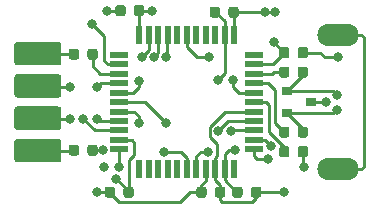
<source format=gbr>
G04 #@! TF.GenerationSoftware,KiCad,Pcbnew,5.1.6-c6e7f7d~86~ubuntu20.04.1*
G04 #@! TF.CreationDate,2020-05-29T14:13:17+02:00*
G04 #@! TF.ProjectId,atari-usb,61746172-692d-4757-9362-2e6b69636164,rev?*
G04 #@! TF.SameCoordinates,Original*
G04 #@! TF.FileFunction,Copper,L4,Bot*
G04 #@! TF.FilePolarity,Positive*
%FSLAX46Y46*%
G04 Gerber Fmt 4.6, Leading zero omitted, Abs format (unit mm)*
G04 Created by KiCad (PCBNEW 5.1.6-c6e7f7d~86~ubuntu20.04.1) date 2020-05-29 14:13:17*
%MOMM*%
%LPD*%
G01*
G04 APERTURE LIST*
G04 #@! TA.AperFunction,SMDPad,CuDef*
%ADD10R,0.900000X0.800000*%
G04 #@! TD*
G04 #@! TA.AperFunction,SMDPad,CuDef*
%ADD11R,0.550000X1.500000*%
G04 #@! TD*
G04 #@! TA.AperFunction,SMDPad,CuDef*
%ADD12R,1.500000X0.550000*%
G04 #@! TD*
G04 #@! TA.AperFunction,ComponentPad*
%ADD13O,3.500000X1.900000*%
G04 #@! TD*
G04 #@! TA.AperFunction,ViaPad*
%ADD14C,0.800000*%
G04 #@! TD*
G04 #@! TA.AperFunction,Conductor*
%ADD15C,0.250000*%
G04 #@! TD*
G04 APERTURE END LIST*
G04 #@! TA.AperFunction,SMDPad,CuDef*
G36*
G01*
X145217500Y-80007750D02*
X145217500Y-80520250D01*
G75*
G02*
X144998750Y-80739000I-218750J0D01*
G01*
X144561250Y-80739000D01*
G75*
G02*
X144342500Y-80520250I0J218750D01*
G01*
X144342500Y-80007750D01*
G75*
G02*
X144561250Y-79789000I218750J0D01*
G01*
X144998750Y-79789000D01*
G75*
G02*
X145217500Y-80007750I0J-218750D01*
G01*
G37*
G04 #@! TD.AperFunction*
G04 #@! TA.AperFunction,SMDPad,CuDef*
G36*
G01*
X146792500Y-80007750D02*
X146792500Y-80520250D01*
G75*
G02*
X146573750Y-80739000I-218750J0D01*
G01*
X146136250Y-80739000D01*
G75*
G02*
X145917500Y-80520250I0J218750D01*
G01*
X145917500Y-80007750D01*
G75*
G02*
X146136250Y-79789000I218750J0D01*
G01*
X146573750Y-79789000D01*
G75*
G02*
X146792500Y-80007750I0J-218750D01*
G01*
G37*
G04 #@! TD.AperFunction*
G04 #@! TA.AperFunction,SMDPad,CuDef*
G36*
G01*
X140050000Y-77091250D02*
X140050000Y-76578750D01*
G75*
G02*
X140268750Y-76360000I218750J0D01*
G01*
X140706250Y-76360000D01*
G75*
G02*
X140925000Y-76578750I0J-218750D01*
G01*
X140925000Y-77091250D01*
G75*
G02*
X140706250Y-77310000I-218750J0D01*
G01*
X140268750Y-77310000D01*
G75*
G02*
X140050000Y-77091250I0J218750D01*
G01*
G37*
G04 #@! TD.AperFunction*
G04 #@! TA.AperFunction,SMDPad,CuDef*
G36*
G01*
X138475000Y-77091250D02*
X138475000Y-76578750D01*
G75*
G02*
X138693750Y-76360000I218750J0D01*
G01*
X139131250Y-76360000D01*
G75*
G02*
X139350000Y-76578750I0J-218750D01*
G01*
X139350000Y-77091250D01*
G75*
G02*
X139131250Y-77310000I-218750J0D01*
G01*
X138693750Y-77310000D01*
G75*
G02*
X138475000Y-77091250I0J218750D01*
G01*
G37*
G04 #@! TD.AperFunction*
G04 #@! TA.AperFunction,SMDPad,CuDef*
G36*
G01*
X138907000Y-92331250D02*
X138907000Y-91818750D01*
G75*
G02*
X139125750Y-91600000I218750J0D01*
G01*
X139563250Y-91600000D01*
G75*
G02*
X139782000Y-91818750I0J-218750D01*
G01*
X139782000Y-92331250D01*
G75*
G02*
X139563250Y-92550000I-218750J0D01*
G01*
X139125750Y-92550000D01*
G75*
G02*
X138907000Y-92331250I0J218750D01*
G01*
G37*
G04 #@! TD.AperFunction*
G04 #@! TA.AperFunction,SMDPad,CuDef*
G36*
G01*
X137332000Y-92331250D02*
X137332000Y-91818750D01*
G75*
G02*
X137550750Y-91600000I218750J0D01*
G01*
X137988250Y-91600000D01*
G75*
G02*
X138207000Y-91818750I0J-218750D01*
G01*
X138207000Y-92331250D01*
G75*
G02*
X137988250Y-92550000I-218750J0D01*
G01*
X137550750Y-92550000D01*
G75*
G02*
X137332000Y-92331250I0J218750D01*
G01*
G37*
G04 #@! TD.AperFunction*
G04 #@! TA.AperFunction,SMDPad,CuDef*
G36*
G01*
X132049000Y-76964250D02*
X132049000Y-76451750D01*
G75*
G02*
X132267750Y-76233000I218750J0D01*
G01*
X132705250Y-76233000D01*
G75*
G02*
X132924000Y-76451750I0J-218750D01*
G01*
X132924000Y-76964250D01*
G75*
G02*
X132705250Y-77183000I-218750J0D01*
G01*
X132267750Y-77183000D01*
G75*
G02*
X132049000Y-76964250I0J218750D01*
G01*
G37*
G04 #@! TD.AperFunction*
G04 #@! TA.AperFunction,SMDPad,CuDef*
G36*
G01*
X130474000Y-76964250D02*
X130474000Y-76451750D01*
G75*
G02*
X130692750Y-76233000I218750J0D01*
G01*
X131130250Y-76233000D01*
G75*
G02*
X131349000Y-76451750I0J-218750D01*
G01*
X131349000Y-76964250D01*
G75*
G02*
X131130250Y-77183000I-218750J0D01*
G01*
X130692750Y-77183000D01*
G75*
G02*
X130474000Y-76964250I0J218750D01*
G01*
G37*
G04 #@! TD.AperFunction*
G04 #@! TA.AperFunction,SMDPad,CuDef*
G36*
G01*
X131160000Y-92331250D02*
X131160000Y-91818750D01*
G75*
G02*
X131378750Y-91600000I218750J0D01*
G01*
X131816250Y-91600000D01*
G75*
G02*
X132035000Y-91818750I0J-218750D01*
G01*
X132035000Y-92331250D01*
G75*
G02*
X131816250Y-92550000I-218750J0D01*
G01*
X131378750Y-92550000D01*
G75*
G02*
X131160000Y-92331250I0J218750D01*
G01*
G37*
G04 #@! TD.AperFunction*
G04 #@! TA.AperFunction,SMDPad,CuDef*
G36*
G01*
X129585000Y-92331250D02*
X129585000Y-91818750D01*
G75*
G02*
X129803750Y-91600000I218750J0D01*
G01*
X130241250Y-91600000D01*
G75*
G02*
X130460000Y-91818750I0J-218750D01*
G01*
X130460000Y-92331250D01*
G75*
G02*
X130241250Y-92550000I-218750J0D01*
G01*
X129803750Y-92550000D01*
G75*
G02*
X129585000Y-92331250I0J218750D01*
G01*
G37*
G04 #@! TD.AperFunction*
G04 #@! TA.AperFunction,SMDPad,CuDef*
G36*
G01*
X145217500Y-88389750D02*
X145217500Y-88902250D01*
G75*
G02*
X144998750Y-89121000I-218750J0D01*
G01*
X144561250Y-89121000D01*
G75*
G02*
X144342500Y-88902250I0J218750D01*
G01*
X144342500Y-88389750D01*
G75*
G02*
X144561250Y-88171000I218750J0D01*
G01*
X144998750Y-88171000D01*
G75*
G02*
X145217500Y-88389750I0J-218750D01*
G01*
G37*
G04 #@! TD.AperFunction*
G04 #@! TA.AperFunction,SMDPad,CuDef*
G36*
G01*
X146792500Y-88389750D02*
X146792500Y-88902250D01*
G75*
G02*
X146573750Y-89121000I-218750J0D01*
G01*
X146136250Y-89121000D01*
G75*
G02*
X145917500Y-88902250I0J218750D01*
G01*
X145917500Y-88389750D01*
G75*
G02*
X146136250Y-88171000I218750J0D01*
G01*
X146573750Y-88171000D01*
G75*
G02*
X146792500Y-88389750I0J-218750D01*
G01*
G37*
G04 #@! TD.AperFunction*
G04 #@! TA.AperFunction,SMDPad,CuDef*
G36*
G01*
X128112000Y-80647250D02*
X128112000Y-80134750D01*
G75*
G02*
X128330750Y-79916000I218750J0D01*
G01*
X128768250Y-79916000D01*
G75*
G02*
X128987000Y-80134750I0J-218750D01*
G01*
X128987000Y-80647250D01*
G75*
G02*
X128768250Y-80866000I-218750J0D01*
G01*
X128330750Y-80866000D01*
G75*
G02*
X128112000Y-80647250I0J218750D01*
G01*
G37*
G04 #@! TD.AperFunction*
G04 #@! TA.AperFunction,SMDPad,CuDef*
G36*
G01*
X126537000Y-80647250D02*
X126537000Y-80134750D01*
G75*
G02*
X126755750Y-79916000I218750J0D01*
G01*
X127193250Y-79916000D01*
G75*
G02*
X127412000Y-80134750I0J-218750D01*
G01*
X127412000Y-80647250D01*
G75*
G02*
X127193250Y-80866000I-218750J0D01*
G01*
X126755750Y-80866000D01*
G75*
G02*
X126537000Y-80647250I0J218750D01*
G01*
G37*
G04 #@! TD.AperFunction*
G04 #@! TA.AperFunction,SMDPad,CuDef*
G36*
G01*
X128112000Y-88775250D02*
X128112000Y-88262750D01*
G75*
G02*
X128330750Y-88044000I218750J0D01*
G01*
X128768250Y-88044000D01*
G75*
G02*
X128987000Y-88262750I0J-218750D01*
G01*
X128987000Y-88775250D01*
G75*
G02*
X128768250Y-88994000I-218750J0D01*
G01*
X128330750Y-88994000D01*
G75*
G02*
X128112000Y-88775250I0J218750D01*
G01*
G37*
G04 #@! TD.AperFunction*
G04 #@! TA.AperFunction,SMDPad,CuDef*
G36*
G01*
X126537000Y-88775250D02*
X126537000Y-88262750D01*
G75*
G02*
X126755750Y-88044000I218750J0D01*
G01*
X127193250Y-88044000D01*
G75*
G02*
X127412000Y-88262750I0J-218750D01*
G01*
X127412000Y-88775250D01*
G75*
G02*
X127193250Y-88994000I-218750J0D01*
G01*
X126755750Y-88994000D01*
G75*
G02*
X126537000Y-88775250I0J218750D01*
G01*
G37*
G04 #@! TD.AperFunction*
D10*
X147050000Y-84455000D03*
X145050000Y-83505000D03*
X145050000Y-85405000D03*
G04 #@! TA.AperFunction,SMDPad,CuDef*
G36*
G01*
X141255000Y-91818750D02*
X141255000Y-92331250D01*
G75*
G02*
X141036250Y-92550000I-218750J0D01*
G01*
X140598750Y-92550000D01*
G75*
G02*
X140380000Y-92331250I0J218750D01*
G01*
X140380000Y-91818750D01*
G75*
G02*
X140598750Y-91600000I218750J0D01*
G01*
X141036250Y-91600000D01*
G75*
G02*
X141255000Y-91818750I0J-218750D01*
G01*
G37*
G04 #@! TD.AperFunction*
G04 #@! TA.AperFunction,SMDPad,CuDef*
G36*
G01*
X142830000Y-91818750D02*
X142830000Y-92331250D01*
G75*
G02*
X142611250Y-92550000I-218750J0D01*
G01*
X142173750Y-92550000D01*
G75*
G02*
X141955000Y-92331250I0J218750D01*
G01*
X141955000Y-91818750D01*
G75*
G02*
X142173750Y-91600000I218750J0D01*
G01*
X142611250Y-91600000D01*
G75*
G02*
X142830000Y-91818750I0J-218750D01*
G01*
G37*
G04 #@! TD.AperFunction*
G04 #@! TA.AperFunction,SMDPad,CuDef*
G36*
G01*
X145917500Y-82171250D02*
X145917500Y-81658750D01*
G75*
G02*
X146136250Y-81440000I218750J0D01*
G01*
X146573750Y-81440000D01*
G75*
G02*
X146792500Y-81658750I0J-218750D01*
G01*
X146792500Y-82171250D01*
G75*
G02*
X146573750Y-82390000I-218750J0D01*
G01*
X146136250Y-82390000D01*
G75*
G02*
X145917500Y-82171250I0J218750D01*
G01*
G37*
G04 #@! TD.AperFunction*
G04 #@! TA.AperFunction,SMDPad,CuDef*
G36*
G01*
X144342500Y-82171250D02*
X144342500Y-81658750D01*
G75*
G02*
X144561250Y-81440000I218750J0D01*
G01*
X144998750Y-81440000D01*
G75*
G02*
X145217500Y-81658750I0J-218750D01*
G01*
X145217500Y-82171250D01*
G75*
G02*
X144998750Y-82390000I-218750J0D01*
G01*
X144561250Y-82390000D01*
G75*
G02*
X144342500Y-82171250I0J218750D01*
G01*
G37*
G04 #@! TD.AperFunction*
G04 #@! TA.AperFunction,SMDPad,CuDef*
G36*
G01*
X145917500Y-87251250D02*
X145917500Y-86738750D01*
G75*
G02*
X146136250Y-86520000I218750J0D01*
G01*
X146573750Y-86520000D01*
G75*
G02*
X146792500Y-86738750I0J-218750D01*
G01*
X146792500Y-87251250D01*
G75*
G02*
X146573750Y-87470000I-218750J0D01*
G01*
X146136250Y-87470000D01*
G75*
G02*
X145917500Y-87251250I0J218750D01*
G01*
G37*
G04 #@! TD.AperFunction*
G04 #@! TA.AperFunction,SMDPad,CuDef*
G36*
G01*
X144342500Y-87251250D02*
X144342500Y-86738750D01*
G75*
G02*
X144561250Y-86520000I218750J0D01*
G01*
X144998750Y-86520000D01*
G75*
G02*
X145217500Y-86738750I0J-218750D01*
G01*
X145217500Y-87251250D01*
G75*
G02*
X144998750Y-87470000I-218750J0D01*
G01*
X144561250Y-87470000D01*
G75*
G02*
X144342500Y-87251250I0J218750D01*
G01*
G37*
G04 #@! TD.AperFunction*
G04 #@! TA.AperFunction,SMDPad,CuDef*
G36*
G01*
X122182000Y-87565000D02*
X125658000Y-87565000D01*
G75*
G02*
X125920000Y-87827000I0J-262000D01*
G01*
X125920000Y-89303000D01*
G75*
G02*
X125658000Y-89565000I-262000J0D01*
G01*
X122182000Y-89565000D01*
G75*
G02*
X121920000Y-89303000I0J262000D01*
G01*
X121920000Y-87827000D01*
G75*
G02*
X122182000Y-87565000I262000J0D01*
G01*
G37*
G04 #@! TD.AperFunction*
G04 #@! TA.AperFunction,SMDPad,CuDef*
G36*
G01*
X122182000Y-84825000D02*
X125658000Y-84825000D01*
G75*
G02*
X125920000Y-85087000I0J-262000D01*
G01*
X125920000Y-86563000D01*
G75*
G02*
X125658000Y-86825000I-262000J0D01*
G01*
X122182000Y-86825000D01*
G75*
G02*
X121920000Y-86563000I0J262000D01*
G01*
X121920000Y-85087000D01*
G75*
G02*
X122182000Y-84825000I262000J0D01*
G01*
G37*
G04 #@! TD.AperFunction*
G04 #@! TA.AperFunction,SMDPad,CuDef*
G36*
G01*
X122182000Y-82085000D02*
X125658000Y-82085000D01*
G75*
G02*
X125920000Y-82347000I0J-262000D01*
G01*
X125920000Y-83823000D01*
G75*
G02*
X125658000Y-84085000I-262000J0D01*
G01*
X122182000Y-84085000D01*
G75*
G02*
X121920000Y-83823000I0J262000D01*
G01*
X121920000Y-82347000D01*
G75*
G02*
X122182000Y-82085000I262000J0D01*
G01*
G37*
G04 #@! TD.AperFunction*
G04 #@! TA.AperFunction,SMDPad,CuDef*
G36*
G01*
X122182000Y-79345000D02*
X125658000Y-79345000D01*
G75*
G02*
X125920000Y-79607000I0J-262000D01*
G01*
X125920000Y-81083000D01*
G75*
G02*
X125658000Y-81345000I-262000J0D01*
G01*
X122182000Y-81345000D01*
G75*
G02*
X121920000Y-81083000I0J262000D01*
G01*
X121920000Y-79607000D01*
G75*
G02*
X122182000Y-79345000I262000J0D01*
G01*
G37*
G04 #@! TD.AperFunction*
D11*
X140525000Y-78755000D03*
X139725000Y-78755000D03*
X138925000Y-78755000D03*
X138125000Y-78755000D03*
X137325000Y-78755000D03*
X136525000Y-78755000D03*
X135725000Y-78755000D03*
X134925000Y-78755000D03*
X134125000Y-78755000D03*
X133325000Y-78755000D03*
X132525000Y-78755000D03*
D12*
X130825000Y-80455000D03*
X130825000Y-81255000D03*
X130825000Y-82055000D03*
X130825000Y-82855000D03*
X130825000Y-83655000D03*
X130825000Y-84455000D03*
X130825000Y-85255000D03*
X130825000Y-86055000D03*
X130825000Y-86855000D03*
X130825000Y-87655000D03*
X130825000Y-88455000D03*
D11*
X132525000Y-90155000D03*
X133325000Y-90155000D03*
X134125000Y-90155000D03*
X134925000Y-90155000D03*
X135725000Y-90155000D03*
X136525000Y-90155000D03*
X137325000Y-90155000D03*
X138125000Y-90155000D03*
X138925000Y-90155000D03*
X139725000Y-90155000D03*
X140525000Y-90155000D03*
D12*
X142225000Y-88455000D03*
X142225000Y-87655000D03*
X142225000Y-86855000D03*
X142225000Y-86055000D03*
X142225000Y-85255000D03*
X142225000Y-84455000D03*
X142225000Y-83655000D03*
X142225000Y-82855000D03*
X142225000Y-82055000D03*
X142225000Y-81255000D03*
X142225000Y-80455000D03*
D13*
X149310000Y-90155000D03*
X149310000Y-78755000D03*
D14*
X149225000Y-85090000D03*
X149225000Y-83820000D03*
X148336000Y-84455000D03*
X140462000Y-82550000D03*
X126619000Y-85852000D03*
X128905000Y-92075000D03*
X129794000Y-76708000D03*
X132715012Y-80645000D03*
X139192000Y-82550000D03*
X130810000Y-89916000D03*
X146431000Y-89916000D03*
X149352000Y-80645000D03*
X134620000Y-88646000D03*
X138303000Y-88646000D03*
X126619000Y-83185000D03*
X133604000Y-76708000D03*
X144018000Y-76835000D03*
X143129000Y-76835000D03*
X144780000Y-92075000D03*
X130556000Y-90932000D03*
X143891000Y-79375000D03*
X140589000Y-88519000D03*
X134747000Y-80645000D03*
X129540000Y-89916000D03*
X129474998Y-88519000D03*
X133735653Y-80649653D03*
X127762000Y-85852000D03*
X128905000Y-85852000D03*
X128905000Y-83185000D03*
X128524000Y-77851000D03*
X132461000Y-82677000D03*
X134747000Y-86233000D03*
X139207997Y-86868012D03*
X132461000Y-86233000D03*
X143383000Y-89281000D03*
X140308961Y-86882423D03*
X143637000Y-88138000D03*
X138430000Y-80645000D03*
D15*
X151310000Y-90155000D02*
X149310000Y-90155000D01*
X151511000Y-89954000D02*
X151310000Y-90155000D01*
X151511000Y-78956000D02*
X151511000Y-89954000D01*
X151310000Y-78755000D02*
X151511000Y-78956000D01*
X149310000Y-78755000D02*
X151310000Y-78755000D01*
X148910000Y-85405000D02*
X149225000Y-85090000D01*
X145050000Y-85405000D02*
X148910000Y-85405000D01*
X146355000Y-86710000D02*
X145050000Y-85405000D01*
X146355000Y-86995000D02*
X146355000Y-86710000D01*
X148910000Y-83505000D02*
X149225000Y-83820000D01*
X145050000Y-83505000D02*
X148910000Y-83505000D01*
X146355000Y-82200000D02*
X145050000Y-83505000D01*
X146355000Y-81915000D02*
X146355000Y-82200000D01*
X138125000Y-91110000D02*
X138125000Y-90155000D01*
X137769500Y-92075000D02*
X137769500Y-91465500D01*
X137769500Y-91465500D02*
X138125000Y-91110000D01*
X139725000Y-77755000D02*
X139725000Y-78755000D01*
X139725000Y-77622000D02*
X139725000Y-77755000D01*
X138912500Y-76835000D02*
X138938000Y-76835000D01*
X138938000Y-76835000D02*
X139725000Y-77622000D01*
X147050000Y-84455000D02*
X148336000Y-84455000D01*
X140462000Y-83185000D02*
X140462000Y-82550000D01*
X142225000Y-83655000D02*
X140932000Y-83655000D01*
X140932000Y-83655000D02*
X140462000Y-83185000D01*
X123947000Y-85852000D02*
X126619000Y-85852000D01*
X123920000Y-85825000D02*
X123947000Y-85852000D01*
X130022500Y-92075000D02*
X128905000Y-92075000D01*
X130911500Y-76708000D02*
X129794000Y-76708000D01*
X132715012Y-80644988D02*
X132715012Y-80645000D01*
X133325000Y-80035000D02*
X132715012Y-80644988D01*
X133325000Y-78755000D02*
X133325000Y-80035000D01*
X139725000Y-82017000D02*
X139192000Y-82550000D01*
X139725000Y-78755000D02*
X139725000Y-82017000D01*
X130825000Y-89901000D02*
X130810000Y-89916000D01*
X130825000Y-88455000D02*
X130825000Y-89901000D01*
X146355000Y-88646000D02*
X146355000Y-89840000D01*
X146355000Y-89840000D02*
X146431000Y-89916000D01*
X148209000Y-80645000D02*
X149352000Y-80645000D01*
X147828000Y-80264000D02*
X148209000Y-80645000D01*
X146355000Y-80264000D02*
X147828000Y-80264000D01*
X130022500Y-92109250D02*
X130022500Y-92075000D01*
X130788260Y-92875010D02*
X130022500Y-92109250D01*
X135978990Y-92875010D02*
X130788260Y-92875010D01*
X136779000Y-92075000D02*
X135978990Y-92875010D01*
X137769500Y-92075000D02*
X136779000Y-92075000D01*
X136525000Y-89155000D02*
X136525000Y-90155000D01*
X134620000Y-88646000D02*
X136016000Y-88646000D01*
X136016000Y-88646000D02*
X136525000Y-89155000D01*
X137325000Y-89155000D02*
X137325000Y-90155000D01*
X137325000Y-89058316D02*
X137325000Y-89155000D01*
X138303000Y-88646000D02*
X137737316Y-88646000D01*
X137737316Y-88646000D02*
X137325000Y-89058316D01*
X138925000Y-91046000D02*
X138925000Y-90155000D01*
X139344500Y-92075000D02*
X139344500Y-91465500D01*
X139344500Y-91465500D02*
X138925000Y-91046000D01*
X140525000Y-76872500D02*
X140487500Y-76835000D01*
X140525000Y-78755000D02*
X140525000Y-76872500D01*
X123539000Y-83085000D02*
X123639000Y-83185000D01*
X126619000Y-83185000D02*
X124020000Y-83185000D01*
X124020000Y-83185000D02*
X123920000Y-83085000D01*
X142468500Y-92202000D02*
X142494000Y-92227500D01*
X132525000Y-76746500D02*
X132486500Y-76708000D01*
X132525000Y-78755000D02*
X132525000Y-76746500D01*
X132486500Y-76708000D02*
X133604000Y-76708000D01*
X144018000Y-76835000D02*
X143129000Y-76835000D01*
X140925000Y-76835000D02*
X143129000Y-76835000D01*
X140487500Y-76835000D02*
X140925000Y-76835000D01*
X139065000Y-88011000D02*
X139065000Y-89015000D01*
X138482996Y-87428996D02*
X139065000Y-88011000D01*
X138925000Y-89155000D02*
X138925000Y-90155000D01*
X139065000Y-89015000D02*
X138925000Y-89155000D01*
X138482996Y-86520011D02*
X138482996Y-87428996D01*
X139748007Y-85255000D02*
X138482996Y-86520011D01*
X142225000Y-85255000D02*
X139748007Y-85255000D01*
X142392500Y-92075000D02*
X144780000Y-92075000D01*
X131597500Y-92075000D02*
X131597500Y-91973500D01*
X131597500Y-91973500D02*
X130556000Y-90932000D01*
X131597500Y-89382500D02*
X131597500Y-92075000D01*
X132080000Y-88900000D02*
X131597500Y-89382500D01*
X132080000Y-87884000D02*
X132080000Y-88900000D01*
X131851000Y-87655000D02*
X132080000Y-87884000D01*
X130825000Y-87655000D02*
X131851000Y-87655000D01*
X144780000Y-80264000D02*
X143891000Y-79375000D01*
X143789000Y-81255000D02*
X143225000Y-81255000D01*
X143225000Y-81255000D02*
X142225000Y-81255000D01*
X144780000Y-80264000D02*
X143789000Y-81255000D01*
X139344500Y-92075000D02*
X139344500Y-92735500D01*
X139344500Y-92735500D02*
X139484010Y-92875010D01*
X142392500Y-92550000D02*
X142392500Y-92075000D01*
X139484010Y-92875010D02*
X142067490Y-92875010D01*
X142067490Y-92875010D02*
X142392500Y-92550000D01*
X144018000Y-86233000D02*
X144780000Y-86995000D01*
X144018000Y-83439000D02*
X144018000Y-86233000D01*
X142225000Y-82855000D02*
X143434000Y-82855000D01*
X143434000Y-82855000D02*
X144018000Y-83439000D01*
X144780000Y-81915000D02*
X143891000Y-81915000D01*
X143751000Y-82055000D02*
X143891000Y-81915000D01*
X142225000Y-82055000D02*
X143751000Y-82055000D01*
X139725000Y-88875000D02*
X139725000Y-90155000D01*
X140081000Y-88519000D02*
X139725000Y-88875000D01*
X140589000Y-88519000D02*
X140081000Y-88519000D01*
X139725000Y-91084000D02*
X139725000Y-90155000D01*
X140716000Y-92075000D02*
X139725000Y-91084000D01*
X140817500Y-92075000D02*
X140716000Y-92075000D01*
X126928500Y-88565000D02*
X126974500Y-88519000D01*
X123920000Y-88565000D02*
X126928500Y-88565000D01*
X126928500Y-80345000D02*
X126974500Y-80391000D01*
X123920000Y-80345000D02*
X126928500Y-80345000D01*
X134874000Y-80518000D02*
X134747000Y-80645000D01*
X134874000Y-78806000D02*
X134874000Y-80518000D01*
X134925000Y-78755000D02*
X134874000Y-78806000D01*
X128549500Y-88519000D02*
X129474998Y-88519000D01*
X134125000Y-80260306D02*
X134125000Y-78755000D01*
X133735653Y-80649653D02*
X134125000Y-80260306D01*
X128765000Y-86855000D02*
X130825000Y-86855000D01*
X127762000Y-85852000D02*
X128765000Y-86855000D01*
X129108000Y-86055000D02*
X128905000Y-85852000D01*
X130825000Y-86055000D02*
X129108000Y-86055000D01*
X129235000Y-82855000D02*
X130825000Y-82855000D01*
X128905000Y-83185000D02*
X129235000Y-82855000D01*
X129825000Y-82055000D02*
X130825000Y-82055000D01*
X129172000Y-82055000D02*
X129825000Y-82055000D01*
X128549500Y-81432500D02*
X129172000Y-82055000D01*
X128549500Y-80391000D02*
X128549500Y-81432500D01*
X129540000Y-80970000D02*
X129825000Y-81255000D01*
X129540000Y-78867000D02*
X129540000Y-80970000D01*
X129825000Y-81255000D02*
X130825000Y-81255000D01*
X128524000Y-77851000D02*
X129540000Y-78867000D01*
X131991000Y-83655000D02*
X132461000Y-83185000D01*
X132461000Y-83185000D02*
X132461000Y-82677000D01*
X130825000Y-83655000D02*
X131991000Y-83655000D01*
X132969000Y-84455000D02*
X134747000Y-86233000D01*
X130825000Y-84455000D02*
X132969000Y-84455000D01*
X142225000Y-86055000D02*
X140021009Y-86055000D01*
X140021009Y-86055000D02*
X139207997Y-86868012D01*
X132048685Y-85255000D02*
X131825000Y-85255000D01*
X131825000Y-85255000D02*
X130825000Y-85255000D01*
X132461000Y-85667315D02*
X132048685Y-85255000D01*
X132461000Y-86233000D02*
X132461000Y-85667315D01*
X142225000Y-89012000D02*
X142225000Y-88455000D01*
X142494000Y-89281000D02*
X142225000Y-89012000D01*
X143383000Y-89281000D02*
X142494000Y-89281000D01*
X142225000Y-86855000D02*
X140336384Y-86855000D01*
X140336384Y-86855000D02*
X140308961Y-86882423D01*
X143154000Y-87655000D02*
X142225000Y-87655000D01*
X143637000Y-88138000D02*
X143154000Y-87655000D01*
X143225000Y-84455000D02*
X142225000Y-84455000D01*
X143510000Y-84740000D02*
X143225000Y-84455000D01*
X143510000Y-86968994D02*
X143510000Y-84740000D01*
X144780000Y-88646000D02*
X144780000Y-88238994D01*
X144780000Y-88238994D02*
X143510000Y-86968994D01*
X137415000Y-80645000D02*
X138430000Y-80645000D01*
X136525000Y-79755000D02*
X137415000Y-80645000D01*
X136525000Y-78755000D02*
X136525000Y-79755000D01*
M02*

</source>
